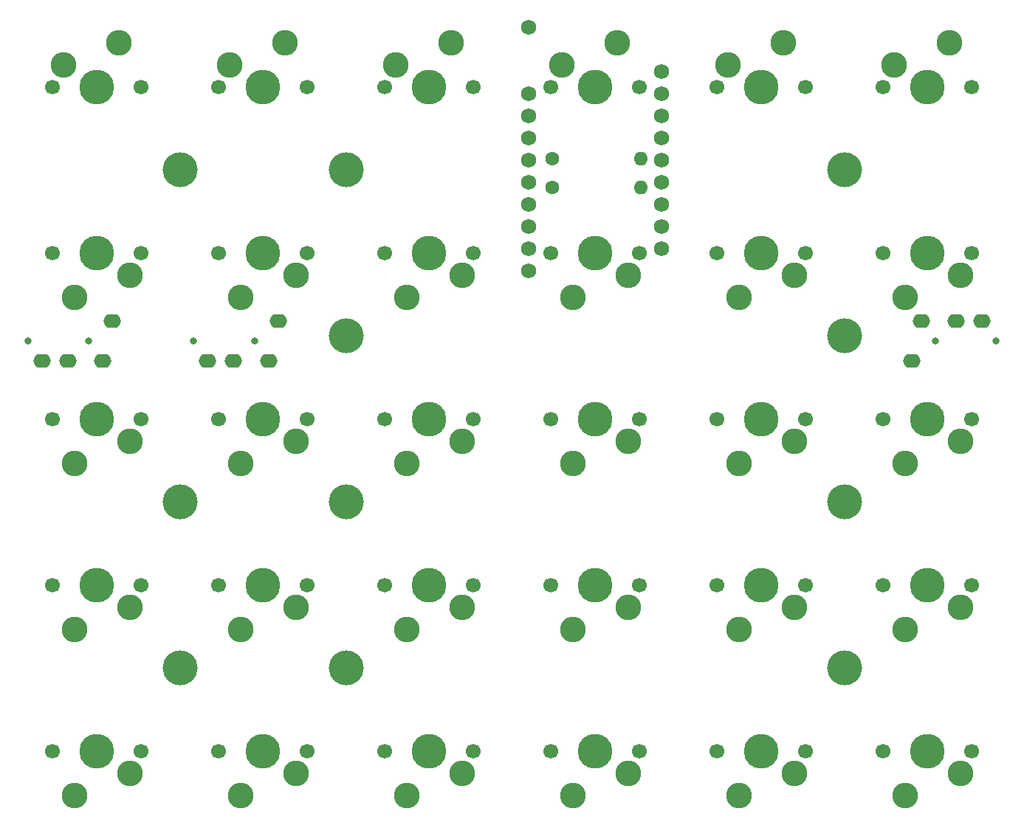
<source format=gts>
%TF.GenerationSoftware,KiCad,Pcbnew,(5.1.10)-1*%
%TF.CreationDate,2022-04-05T14:22:13-05:00*%
%TF.ProjectId,graham cracker,67726168-616d-4206-9372-61636b65722e,rev?*%
%TF.SameCoordinates,Original*%
%TF.FileFunction,Soldermask,Top*%
%TF.FilePolarity,Negative*%
%FSLAX46Y46*%
G04 Gerber Fmt 4.6, Leading zero omitted, Abs format (unit mm)*
G04 Created by KiCad (PCBNEW (5.1.10)-1) date 2022-04-05 14:22:13*
%MOMM*%
%LPD*%
G01*
G04 APERTURE LIST*
%ADD10C,3.980180*%
%ADD11C,2.950000*%
%ADD12C,1.700000*%
%ADD13O,2.000000X1.600000*%
%ADD14C,0.800000*%
%ADD15C,4.000000*%
%ADD16C,1.752600*%
%ADD17O,1.600000X1.600000*%
%ADD18C,1.600000*%
G04 APERTURE END LIST*
D10*
X76650000Y-71100000D03*
D11*
X74110000Y-76180000D03*
X80460000Y-73640000D03*
D12*
X71570000Y-71100000D03*
X81730000Y-71100000D03*
D13*
X92350000Y-83500000D03*
D14*
X87750000Y-81200000D03*
X94750000Y-81200000D03*
D13*
X89350000Y-83500000D03*
X96350000Y-83500000D03*
X97450000Y-78900000D03*
D15*
X86175000Y-61575000D03*
X86175000Y-118725000D03*
X105225000Y-61575000D03*
X86175000Y-99675000D03*
X162375000Y-118725000D03*
X162375000Y-99675000D03*
X105225000Y-118725000D03*
X105225000Y-99675000D03*
X162375000Y-61575000D03*
X105225000Y-80625000D03*
X162375000Y-80625000D03*
D13*
X73350000Y-83500000D03*
D14*
X68750000Y-81200000D03*
X75750000Y-81200000D03*
D13*
X70350000Y-83500000D03*
X77350000Y-83500000D03*
X78450000Y-78900000D03*
D10*
X152850000Y-52050000D03*
D11*
X155390000Y-46970000D03*
X149040000Y-49510000D03*
D12*
X157930000Y-52050000D03*
X147770000Y-52050000D03*
X166820000Y-52050000D03*
X176980000Y-52050000D03*
D11*
X168090000Y-49510000D03*
X174440000Y-46970000D03*
D10*
X171900000Y-52050000D03*
D16*
X141395000Y-50260000D03*
X141395000Y-52800000D03*
X141395000Y-55340000D03*
X141395000Y-57880000D03*
X141395000Y-60420000D03*
X141395000Y-62960000D03*
X141395000Y-65500000D03*
X141395000Y-68040000D03*
X141395000Y-70580000D03*
X126155000Y-73120000D03*
X126155000Y-70580000D03*
X126155000Y-68040000D03*
X126155000Y-65500000D03*
X126155000Y-62960000D03*
X126155000Y-60420000D03*
X126155000Y-57880000D03*
X126155000Y-55340000D03*
X126155000Y-52800000D03*
X126155000Y-45180000D03*
D17*
X139045000Y-60300000D03*
D18*
X128885000Y-60300000D03*
D17*
X139035000Y-63550000D03*
D18*
X128875000Y-63550000D03*
D13*
X175200000Y-78900000D03*
D14*
X179800000Y-81200000D03*
X172800000Y-81200000D03*
D13*
X178200000Y-78900000D03*
X171200000Y-78900000D03*
X170100000Y-83500000D03*
D10*
X171900000Y-109200000D03*
D11*
X169360000Y-114280000D03*
X175710000Y-111740000D03*
D12*
X166820000Y-109200000D03*
X176980000Y-109200000D03*
D10*
X76650000Y-109200000D03*
D11*
X74110000Y-114280000D03*
X80460000Y-111740000D03*
D12*
X71570000Y-109200000D03*
X81730000Y-109200000D03*
D10*
X171900000Y-128250000D03*
D11*
X169360000Y-133330000D03*
X175710000Y-130790000D03*
D12*
X166820000Y-128250000D03*
X176980000Y-128250000D03*
D10*
X152850000Y-128250000D03*
D11*
X150310000Y-133330000D03*
X156660000Y-130790000D03*
D12*
X147770000Y-128250000D03*
X157930000Y-128250000D03*
D10*
X133800000Y-128250000D03*
D11*
X131260000Y-133330000D03*
X137610000Y-130790000D03*
D12*
X128720000Y-128250000D03*
X138880000Y-128250000D03*
D10*
X114750000Y-128250000D03*
D11*
X112210000Y-133330000D03*
X118560000Y-130790000D03*
D12*
X109670000Y-128250000D03*
X119830000Y-128250000D03*
D10*
X95700000Y-128250000D03*
D11*
X93160000Y-133330000D03*
X99510000Y-130790000D03*
D12*
X90620000Y-128250000D03*
X100780000Y-128250000D03*
D10*
X76650000Y-128250000D03*
D11*
X74110000Y-133330000D03*
X80460000Y-130790000D03*
D12*
X71570000Y-128250000D03*
X81730000Y-128250000D03*
D10*
X152850000Y-109200000D03*
D11*
X150310000Y-114280000D03*
X156660000Y-111740000D03*
D12*
X147770000Y-109200000D03*
X157930000Y-109200000D03*
D10*
X133800000Y-109200000D03*
D11*
X131260000Y-114280000D03*
X137610000Y-111740000D03*
D12*
X128720000Y-109200000D03*
X138880000Y-109200000D03*
D10*
X114750000Y-109200000D03*
D11*
X112210000Y-114280000D03*
X118560000Y-111740000D03*
D12*
X109670000Y-109200000D03*
X119830000Y-109200000D03*
D10*
X95700000Y-109200000D03*
D11*
X93160000Y-114280000D03*
X99510000Y-111740000D03*
D12*
X90620000Y-109200000D03*
X100780000Y-109200000D03*
D10*
X171900000Y-90150000D03*
D11*
X169360000Y-95230000D03*
X175710000Y-92690000D03*
D12*
X166820000Y-90150000D03*
X176980000Y-90150000D03*
D10*
X152850000Y-90150000D03*
D11*
X150310000Y-95230000D03*
X156660000Y-92690000D03*
D12*
X147770000Y-90150000D03*
X157930000Y-90150000D03*
D10*
X133800000Y-90150000D03*
D11*
X131260000Y-95230000D03*
X137610000Y-92690000D03*
D12*
X128720000Y-90150000D03*
X138880000Y-90150000D03*
D10*
X114750000Y-90150000D03*
D11*
X112210000Y-95230000D03*
X118560000Y-92690000D03*
D12*
X109670000Y-90150000D03*
X119830000Y-90150000D03*
D10*
X95700000Y-90150000D03*
D11*
X93160000Y-95230000D03*
X99510000Y-92690000D03*
D12*
X90620000Y-90150000D03*
X100780000Y-90150000D03*
D10*
X76650000Y-90150000D03*
D11*
X74110000Y-95230000D03*
X80460000Y-92690000D03*
D12*
X71570000Y-90150000D03*
X81730000Y-90150000D03*
X176980000Y-71100000D03*
X166820000Y-71100000D03*
D11*
X175710000Y-73640000D03*
X169360000Y-76180000D03*
D10*
X171900000Y-71100000D03*
X152850000Y-71100000D03*
D11*
X150310000Y-76180000D03*
X156660000Y-73640000D03*
D12*
X147770000Y-71100000D03*
X157930000Y-71100000D03*
D10*
X133800000Y-71100000D03*
D11*
X131260000Y-76180000D03*
X137610000Y-73640000D03*
D12*
X128720000Y-71100000D03*
X138880000Y-71100000D03*
D10*
X114750000Y-71100000D03*
D11*
X112210000Y-76180000D03*
X118560000Y-73640000D03*
D12*
X109670000Y-71100000D03*
X119830000Y-71100000D03*
D10*
X95700000Y-71100000D03*
D11*
X93160000Y-76180000D03*
X99510000Y-73640000D03*
D12*
X90620000Y-71100000D03*
X100780000Y-71100000D03*
D10*
X133800000Y-52050000D03*
D11*
X136340000Y-46970000D03*
X129990000Y-49510000D03*
D12*
X138880000Y-52050000D03*
X128720000Y-52050000D03*
D10*
X114750000Y-52050000D03*
D11*
X117290000Y-46970000D03*
X110940000Y-49510000D03*
D12*
X119830000Y-52050000D03*
X109670000Y-52050000D03*
D10*
X95700000Y-52050000D03*
D11*
X98240000Y-46970000D03*
X91890000Y-49510000D03*
D12*
X100780000Y-52050000D03*
X90620000Y-52050000D03*
D10*
X76650000Y-52050000D03*
D11*
X79190000Y-46970000D03*
X72840000Y-49510000D03*
D12*
X81730000Y-52050000D03*
X71570000Y-52050000D03*
M02*

</source>
